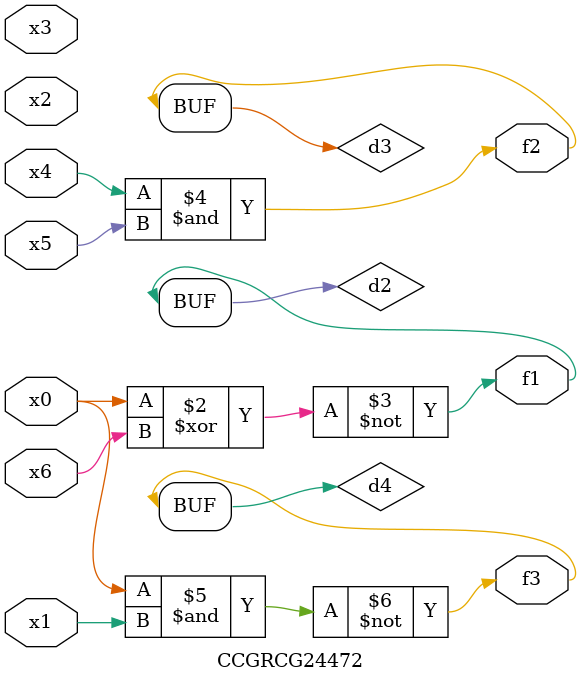
<source format=v>
module CCGRCG24472(
	input x0, x1, x2, x3, x4, x5, x6,
	output f1, f2, f3
);

	wire d1, d2, d3, d4;

	nor (d1, x0);
	xnor (d2, x0, x6);
	and (d3, x4, x5);
	nand (d4, x0, x1);
	assign f1 = d2;
	assign f2 = d3;
	assign f3 = d4;
endmodule

</source>
